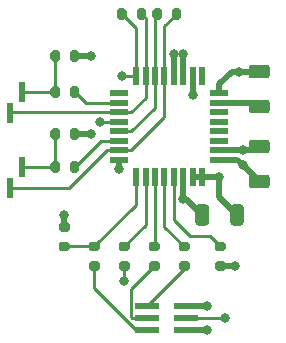
<source format=gbr>
%TF.GenerationSoftware,KiCad,Pcbnew,(5.1.7-0-10_14)*%
%TF.CreationDate,2020-11-25T20:53:36+11:00*%
%TF.ProjectId,CREMAv2,4352454d-4176-4322-9e6b-696361645f70,rev?*%
%TF.SameCoordinates,Original*%
%TF.FileFunction,Copper,L1,Top*%
%TF.FilePolarity,Positive*%
%FSLAX46Y46*%
G04 Gerber Fmt 4.6, Leading zero omitted, Abs format (unit mm)*
G04 Created by KiCad (PCBNEW (5.1.7-0-10_14)) date 2020-11-25 20:53:36*
%MOMM*%
%LPD*%
G01*
G04 APERTURE LIST*
%TA.AperFunction,SMDPad,CuDef*%
%ADD10R,0.600000X1.750000*%
%TD*%
%TA.AperFunction,SMDPad,CuDef*%
%ADD11R,2.000000X0.500000*%
%TD*%
%TA.AperFunction,SMDPad,CuDef*%
%ADD12R,0.550000X1.600000*%
%TD*%
%TA.AperFunction,SMDPad,CuDef*%
%ADD13R,1.600000X0.550000*%
%TD*%
%TA.AperFunction,ViaPad*%
%ADD14C,0.800000*%
%TD*%
%TA.AperFunction,Conductor*%
%ADD15C,0.508000*%
%TD*%
%TA.AperFunction,Conductor*%
%ADD16C,0.254000*%
%TD*%
G04 APERTURE END LIST*
%TO.P,R12,2*%
%TO.N,SPI_MISO*%
%TA.AperFunction,SMDPad,CuDef*%
G36*
G01*
X127995000Y-92055000D02*
X128545000Y-92055000D01*
G75*
G02*
X128745000Y-92255000I0J-200000D01*
G01*
X128745000Y-92655000D01*
G75*
G02*
X128545000Y-92855000I-200000J0D01*
G01*
X127995000Y-92855000D01*
G75*
G02*
X127795000Y-92655000I0J200000D01*
G01*
X127795000Y-92255000D01*
G75*
G02*
X127995000Y-92055000I200000J0D01*
G01*
G37*
%TD.AperFunction*%
%TO.P,R12,1*%
%TO.N,Net-(IC1-Pad12)*%
%TA.AperFunction,SMDPad,CuDef*%
G36*
G01*
X127995000Y-90405000D02*
X128545000Y-90405000D01*
G75*
G02*
X128745000Y-90605000I0J-200000D01*
G01*
X128745000Y-91005000D01*
G75*
G02*
X128545000Y-91205000I-200000J0D01*
G01*
X127995000Y-91205000D01*
G75*
G02*
X127795000Y-91005000I0J200000D01*
G01*
X127795000Y-90605000D01*
G75*
G02*
X127995000Y-90405000I200000J0D01*
G01*
G37*
%TD.AperFunction*%
%TD*%
%TO.P,R11,2*%
%TO.N,Net-(IC1-Pad30)*%
%TA.AperFunction,SMDPad,CuDef*%
G36*
G01*
X126385000Y-70845000D02*
X126385000Y-71395000D01*
G75*
G02*
X126185000Y-71595000I-200000J0D01*
G01*
X125785000Y-71595000D01*
G75*
G02*
X125585000Y-71395000I0J200000D01*
G01*
X125585000Y-70845000D01*
G75*
G02*
X125785000Y-70645000I200000J0D01*
G01*
X126185000Y-70645000D01*
G75*
G02*
X126385000Y-70845000I0J-200000D01*
G01*
G37*
%TD.AperFunction*%
%TO.P,R11,1*%
%TO.N,RTD1P*%
%TA.AperFunction,SMDPad,CuDef*%
G36*
G01*
X128035000Y-70845000D02*
X128035000Y-71395000D01*
G75*
G02*
X127835000Y-71595000I-200000J0D01*
G01*
X127435000Y-71595000D01*
G75*
G02*
X127235000Y-71395000I0J200000D01*
G01*
X127235000Y-70845000D01*
G75*
G02*
X127435000Y-70645000I200000J0D01*
G01*
X127835000Y-70645000D01*
G75*
G02*
X128035000Y-70845000I0J-200000D01*
G01*
G37*
%TD.AperFunction*%
%TD*%
%TO.P,R10,2*%
%TO.N,SPI_CLK*%
%TA.AperFunction,SMDPad,CuDef*%
G36*
G01*
X125455000Y-92055000D02*
X126005000Y-92055000D01*
G75*
G02*
X126205000Y-92255000I0J-200000D01*
G01*
X126205000Y-92655000D01*
G75*
G02*
X126005000Y-92855000I-200000J0D01*
G01*
X125455000Y-92855000D01*
G75*
G02*
X125255000Y-92655000I0J200000D01*
G01*
X125255000Y-92255000D01*
G75*
G02*
X125455000Y-92055000I200000J0D01*
G01*
G37*
%TD.AperFunction*%
%TO.P,R10,1*%
%TO.N,Net-(IC1-Pad11)*%
%TA.AperFunction,SMDPad,CuDef*%
G36*
G01*
X125455000Y-90405000D02*
X126005000Y-90405000D01*
G75*
G02*
X126205000Y-90605000I0J-200000D01*
G01*
X126205000Y-91005000D01*
G75*
G02*
X126005000Y-91205000I-200000J0D01*
G01*
X125455000Y-91205000D01*
G75*
G02*
X125255000Y-91005000I0J200000D01*
G01*
X125255000Y-90605000D01*
G75*
G02*
X125455000Y-90405000I200000J0D01*
G01*
G37*
%TD.AperFunction*%
%TD*%
%TO.P,R9,2*%
%TO.N,SPI_MOSI*%
%TA.AperFunction,SMDPad,CuDef*%
G36*
G01*
X122915000Y-92055000D02*
X123465000Y-92055000D01*
G75*
G02*
X123665000Y-92255000I0J-200000D01*
G01*
X123665000Y-92655000D01*
G75*
G02*
X123465000Y-92855000I-200000J0D01*
G01*
X122915000Y-92855000D01*
G75*
G02*
X122715000Y-92655000I0J200000D01*
G01*
X122715000Y-92255000D01*
G75*
G02*
X122915000Y-92055000I200000J0D01*
G01*
G37*
%TD.AperFunction*%
%TO.P,R9,1*%
%TO.N,Net-(IC1-Pad10)*%
%TA.AperFunction,SMDPad,CuDef*%
G36*
G01*
X122915000Y-90405000D02*
X123465000Y-90405000D01*
G75*
G02*
X123665000Y-90605000I0J-200000D01*
G01*
X123665000Y-91005000D01*
G75*
G02*
X123465000Y-91205000I-200000J0D01*
G01*
X122915000Y-91205000D01*
G75*
G02*
X122715000Y-91005000I0J200000D01*
G01*
X122715000Y-90605000D01*
G75*
G02*
X122915000Y-90405000I200000J0D01*
G01*
G37*
%TD.AperFunction*%
%TD*%
%TO.P,R8,2*%
%TO.N,SPI_CS*%
%TA.AperFunction,SMDPad,CuDef*%
G36*
G01*
X120375000Y-92055000D02*
X120925000Y-92055000D01*
G75*
G02*
X121125000Y-92255000I0J-200000D01*
G01*
X121125000Y-92655000D01*
G75*
G02*
X120925000Y-92855000I-200000J0D01*
G01*
X120375000Y-92855000D01*
G75*
G02*
X120175000Y-92655000I0J200000D01*
G01*
X120175000Y-92255000D01*
G75*
G02*
X120375000Y-92055000I200000J0D01*
G01*
G37*
%TD.AperFunction*%
%TO.P,R8,1*%
%TO.N,Net-(IC1-Pad9)*%
%TA.AperFunction,SMDPad,CuDef*%
G36*
G01*
X120375000Y-90405000D02*
X120925000Y-90405000D01*
G75*
G02*
X121125000Y-90605000I0J-200000D01*
G01*
X121125000Y-91005000D01*
G75*
G02*
X120925000Y-91205000I-200000J0D01*
G01*
X120375000Y-91205000D01*
G75*
G02*
X120175000Y-91005000I0J200000D01*
G01*
X120175000Y-90605000D01*
G75*
G02*
X120375000Y-90405000I200000J0D01*
G01*
G37*
%TD.AperFunction*%
%TD*%
%TO.P,R7,2*%
%TO.N,Net-(IC1-Pad32)*%
%TA.AperFunction,SMDPad,CuDef*%
G36*
G01*
X123400000Y-70845000D02*
X123400000Y-71395000D01*
G75*
G02*
X123200000Y-71595000I-200000J0D01*
G01*
X122800000Y-71595000D01*
G75*
G02*
X122600000Y-71395000I0J200000D01*
G01*
X122600000Y-70845000D01*
G75*
G02*
X122800000Y-70645000I200000J0D01*
G01*
X123200000Y-70645000D01*
G75*
G02*
X123400000Y-70845000I0J-200000D01*
G01*
G37*
%TD.AperFunction*%
%TO.P,R7,1*%
%TO.N,RTD2P*%
%TA.AperFunction,SMDPad,CuDef*%
G36*
G01*
X125050000Y-70845000D02*
X125050000Y-71395000D01*
G75*
G02*
X124850000Y-71595000I-200000J0D01*
G01*
X124450000Y-71595000D01*
G75*
G02*
X124250000Y-71395000I0J200000D01*
G01*
X124250000Y-70845000D01*
G75*
G02*
X124450000Y-70645000I200000J0D01*
G01*
X124850000Y-70645000D01*
G75*
G02*
X125050000Y-70845000I0J-200000D01*
G01*
G37*
%TD.AperFunction*%
%TD*%
%TO.P,R6,2*%
%TO.N,+3V3*%
%TA.AperFunction,SMDPad,CuDef*%
G36*
G01*
X131043000Y-92056000D02*
X131593000Y-92056000D01*
G75*
G02*
X131793000Y-92256000I0J-200000D01*
G01*
X131793000Y-92656000D01*
G75*
G02*
X131593000Y-92856000I-200000J0D01*
G01*
X131043000Y-92856000D01*
G75*
G02*
X130843000Y-92656000I0J200000D01*
G01*
X130843000Y-92256000D01*
G75*
G02*
X131043000Y-92056000I200000J0D01*
G01*
G37*
%TD.AperFunction*%
%TO.P,R6,1*%
%TO.N,EXTI_A2DRDY*%
%TA.AperFunction,SMDPad,CuDef*%
G36*
G01*
X131043000Y-90406000D02*
X131593000Y-90406000D01*
G75*
G02*
X131793000Y-90606000I0J-200000D01*
G01*
X131793000Y-91006000D01*
G75*
G02*
X131593000Y-91206000I-200000J0D01*
G01*
X131043000Y-91206000D01*
G75*
G02*
X130843000Y-91006000I0J200000D01*
G01*
X130843000Y-90606000D01*
G75*
G02*
X131043000Y-90406000I200000J0D01*
G01*
G37*
%TD.AperFunction*%
%TD*%
%TO.P,R5,2*%
%TO.N,+3V3*%
%TA.AperFunction,SMDPad,CuDef*%
G36*
G01*
X118385000Y-89555000D02*
X117835000Y-89555000D01*
G75*
G02*
X117635000Y-89355000I0J200000D01*
G01*
X117635000Y-88955000D01*
G75*
G02*
X117835000Y-88755000I200000J0D01*
G01*
X118385000Y-88755000D01*
G75*
G02*
X118585000Y-88955000I0J-200000D01*
G01*
X118585000Y-89355000D01*
G75*
G02*
X118385000Y-89555000I-200000J0D01*
G01*
G37*
%TD.AperFunction*%
%TO.P,R5,1*%
%TO.N,Net-(IC1-Pad9)*%
%TA.AperFunction,SMDPad,CuDef*%
G36*
G01*
X118385000Y-91205000D02*
X117835000Y-91205000D01*
G75*
G02*
X117635000Y-91005000I0J200000D01*
G01*
X117635000Y-90605000D01*
G75*
G02*
X117835000Y-90405000I200000J0D01*
G01*
X118385000Y-90405000D01*
G75*
G02*
X118585000Y-90605000I0J-200000D01*
G01*
X118585000Y-91005000D01*
G75*
G02*
X118385000Y-91205000I-200000J0D01*
G01*
G37*
%TD.AperFunction*%
%TD*%
%TO.P,R4,2*%
%TO.N,RTD1N*%
%TA.AperFunction,SMDPad,CuDef*%
G36*
G01*
X117748000Y-83799000D02*
X117748000Y-84349000D01*
G75*
G02*
X117548000Y-84549000I-200000J0D01*
G01*
X117148000Y-84549000D01*
G75*
G02*
X116948000Y-84349000I0J200000D01*
G01*
X116948000Y-83799000D01*
G75*
G02*
X117148000Y-83599000I200000J0D01*
G01*
X117548000Y-83599000D01*
G75*
G02*
X117748000Y-83799000I0J-200000D01*
G01*
G37*
%TD.AperFunction*%
%TO.P,R4,1*%
%TO.N,Net-(IC1-Pad6)*%
%TA.AperFunction,SMDPad,CuDef*%
G36*
G01*
X119398000Y-83799000D02*
X119398000Y-84349000D01*
G75*
G02*
X119198000Y-84549000I-200000J0D01*
G01*
X118798000Y-84549000D01*
G75*
G02*
X118598000Y-84349000I0J200000D01*
G01*
X118598000Y-83799000D01*
G75*
G02*
X118798000Y-83599000I200000J0D01*
G01*
X119198000Y-83599000D01*
G75*
G02*
X119398000Y-83799000I0J-200000D01*
G01*
G37*
%TD.AperFunction*%
%TD*%
%TO.P,R3,2*%
%TO.N,RTD2N*%
%TA.AperFunction,SMDPad,CuDef*%
G36*
G01*
X117748000Y-77449000D02*
X117748000Y-77999000D01*
G75*
G02*
X117548000Y-78199000I-200000J0D01*
G01*
X117148000Y-78199000D01*
G75*
G02*
X116948000Y-77999000I0J200000D01*
G01*
X116948000Y-77449000D01*
G75*
G02*
X117148000Y-77249000I200000J0D01*
G01*
X117548000Y-77249000D01*
G75*
G02*
X117748000Y-77449000I0J-200000D01*
G01*
G37*
%TD.AperFunction*%
%TO.P,R3,1*%
%TO.N,Net-(IC1-Pad2)*%
%TA.AperFunction,SMDPad,CuDef*%
G36*
G01*
X119398000Y-77449000D02*
X119398000Y-77999000D01*
G75*
G02*
X119198000Y-78199000I-200000J0D01*
G01*
X118798000Y-78199000D01*
G75*
G02*
X118598000Y-77999000I0J200000D01*
G01*
X118598000Y-77449000D01*
G75*
G02*
X118798000Y-77249000I200000J0D01*
G01*
X119198000Y-77249000D01*
G75*
G02*
X119398000Y-77449000I0J-200000D01*
G01*
G37*
%TD.AperFunction*%
%TD*%
%TO.P,R2,2*%
%TO.N,RTD2N*%
%TA.AperFunction,SMDPad,CuDef*%
G36*
G01*
X117748000Y-74401000D02*
X117748000Y-74951000D01*
G75*
G02*
X117548000Y-75151000I-200000J0D01*
G01*
X117148000Y-75151000D01*
G75*
G02*
X116948000Y-74951000I0J200000D01*
G01*
X116948000Y-74401000D01*
G75*
G02*
X117148000Y-74201000I200000J0D01*
G01*
X117548000Y-74201000D01*
G75*
G02*
X117748000Y-74401000I0J-200000D01*
G01*
G37*
%TD.AperFunction*%
%TO.P,R2,1*%
%TO.N,GND*%
%TA.AperFunction,SMDPad,CuDef*%
G36*
G01*
X119398000Y-74401000D02*
X119398000Y-74951000D01*
G75*
G02*
X119198000Y-75151000I-200000J0D01*
G01*
X118798000Y-75151000D01*
G75*
G02*
X118598000Y-74951000I0J200000D01*
G01*
X118598000Y-74401000D01*
G75*
G02*
X118798000Y-74201000I200000J0D01*
G01*
X119198000Y-74201000D01*
G75*
G02*
X119398000Y-74401000I0J-200000D01*
G01*
G37*
%TD.AperFunction*%
%TD*%
%TO.P,R1,2*%
%TO.N,RTD1N*%
%TA.AperFunction,SMDPad,CuDef*%
G36*
G01*
X117748000Y-81005000D02*
X117748000Y-81555000D01*
G75*
G02*
X117548000Y-81755000I-200000J0D01*
G01*
X117148000Y-81755000D01*
G75*
G02*
X116948000Y-81555000I0J200000D01*
G01*
X116948000Y-81005000D01*
G75*
G02*
X117148000Y-80805000I200000J0D01*
G01*
X117548000Y-80805000D01*
G75*
G02*
X117748000Y-81005000I0J-200000D01*
G01*
G37*
%TD.AperFunction*%
%TO.P,R1,1*%
%TO.N,GND*%
%TA.AperFunction,SMDPad,CuDef*%
G36*
G01*
X119398000Y-81005000D02*
X119398000Y-81555000D01*
G75*
G02*
X119198000Y-81755000I-200000J0D01*
G01*
X118798000Y-81755000D01*
G75*
G02*
X118598000Y-81555000I0J200000D01*
G01*
X118598000Y-81005000D01*
G75*
G02*
X118798000Y-80805000I200000J0D01*
G01*
X119198000Y-80805000D01*
G75*
G02*
X119398000Y-81005000I0J-200000D01*
G01*
G37*
%TD.AperFunction*%
%TD*%
D10*
%TO.P,J3,2*%
%TO.N,RTD2N*%
X114554000Y-77724000D03*
%TO.P,J3,1*%
%TO.N,RTD2P*%
X113554000Y-79474000D03*
%TD*%
%TO.P,J2,2*%
%TO.N,RTD1N*%
X114554000Y-84074000D03*
%TO.P,J2,1*%
%TO.N,RTD1P*%
X113554000Y-85824000D03*
%TD*%
D11*
%TO.P,J1,6*%
%TO.N,GND*%
X128395000Y-97885000D03*
%TO.P,J1,5*%
%TO.N,SPI_CS*%
X125095000Y-97885000D03*
%TO.P,J1,4*%
%TO.N,SPI_MOSI*%
X128395000Y-96885000D03*
%TO.P,J1,3*%
%TO.N,SPI_CLK*%
X125095000Y-96885000D03*
%TO.P,J1,2*%
%TO.N,+3V3*%
X128395000Y-95885000D03*
%TO.P,J1,1*%
%TO.N,SPI_MISO*%
X125095000Y-95885000D03*
%TD*%
D12*
%TO.P,IC1,32*%
%TO.N,Net-(IC1-Pad32)*%
X124200000Y-76395000D03*
%TO.P,IC1,31*%
%TO.N,RTD2P*%
X125000000Y-76395000D03*
%TO.P,IC1,30*%
%TO.N,Net-(IC1-Pad30)*%
X125800000Y-76395000D03*
%TO.P,IC1,29*%
%TO.N,RTD1P*%
X126600000Y-76395000D03*
%TO.P,IC1,28*%
%TO.N,GND*%
X127400000Y-76395000D03*
%TO.P,IC1,27*%
X128200000Y-76395000D03*
%TO.P,IC1,26*%
%TO.N,+3V3*%
X129000000Y-76395000D03*
%TO.P,IC1,25*%
%TO.N,N/C*%
X129800000Y-76395000D03*
D13*
%TO.P,IC1,24*%
%TO.N,GND*%
X131250000Y-77845000D03*
%TO.P,IC1,23*%
%TO.N,Net-(C3-Pad2)*%
X131250000Y-78645000D03*
%TO.P,IC1,22*%
%TO.N,N/C*%
X131250000Y-79445000D03*
%TO.P,IC1,21*%
X131250000Y-80245000D03*
%TO.P,IC1,20*%
X131250000Y-81045000D03*
%TO.P,IC1,19*%
X131250000Y-81845000D03*
%TO.P,IC1,18*%
%TO.N,+3V3*%
X131250000Y-82645000D03*
%TO.P,IC1,17*%
%TO.N,GND*%
X131250000Y-83445000D03*
D12*
%TO.P,IC1,16*%
%TO.N,+3V3*%
X129800000Y-84895000D03*
%TO.P,IC1,15*%
X129000000Y-84895000D03*
%TO.P,IC1,14*%
%TO.N,GND*%
X128200000Y-84895000D03*
%TO.P,IC1,13*%
%TO.N,EXTI_A2DRDY*%
X127400000Y-84895000D03*
%TO.P,IC1,12*%
%TO.N,Net-(IC1-Pad12)*%
X126600000Y-84895000D03*
%TO.P,IC1,11*%
%TO.N,Net-(IC1-Pad11)*%
X125800000Y-84895000D03*
%TO.P,IC1,10*%
%TO.N,Net-(IC1-Pad10)*%
X125000000Y-84895000D03*
%TO.P,IC1,9*%
%TO.N,Net-(IC1-Pad9)*%
X124200000Y-84895000D03*
D13*
%TO.P,IC1,8*%
%TO.N,GND*%
X122750000Y-83445000D03*
%TO.P,IC1,7*%
%TO.N,RTD1P*%
X122750000Y-82645000D03*
%TO.P,IC1,6*%
%TO.N,Net-(IC1-Pad6)*%
X122750000Y-81845000D03*
%TO.P,IC1,5*%
%TO.N,Net-(IC1-Pad30)*%
X122750000Y-81045000D03*
%TO.P,IC1,4*%
%TO.N,Net-(IC1-Pad32)*%
X122750000Y-80245000D03*
%TO.P,IC1,3*%
%TO.N,RTD2P*%
X122750000Y-79445000D03*
%TO.P,IC1,2*%
%TO.N,Net-(IC1-Pad2)*%
X122750000Y-78645000D03*
%TO.P,IC1,1*%
%TO.N,N/C*%
X122750000Y-77845000D03*
%TD*%
%TO.P,C3,2*%
%TO.N,Net-(C3-Pad2)*%
%TA.AperFunction,SMDPad,CuDef*%
G36*
G01*
X133969999Y-78370000D02*
X135270001Y-78370000D01*
G75*
G02*
X135520000Y-78619999I0J-249999D01*
G01*
X135520000Y-79270001D01*
G75*
G02*
X135270001Y-79520000I-249999J0D01*
G01*
X133969999Y-79520000D01*
G75*
G02*
X133720000Y-79270001I0J249999D01*
G01*
X133720000Y-78619999D01*
G75*
G02*
X133969999Y-78370000I249999J0D01*
G01*
G37*
%TD.AperFunction*%
%TO.P,C3,1*%
%TO.N,GND*%
%TA.AperFunction,SMDPad,CuDef*%
G36*
G01*
X133969999Y-75420000D02*
X135270001Y-75420000D01*
G75*
G02*
X135520000Y-75669999I0J-249999D01*
G01*
X135520000Y-76320001D01*
G75*
G02*
X135270001Y-76570000I-249999J0D01*
G01*
X133969999Y-76570000D01*
G75*
G02*
X133720000Y-76320001I0J249999D01*
G01*
X133720000Y-75669999D01*
G75*
G02*
X133969999Y-75420000I249999J0D01*
G01*
G37*
%TD.AperFunction*%
%TD*%
%TO.P,C2,2*%
%TO.N,GND*%
%TA.AperFunction,SMDPad,CuDef*%
G36*
G01*
X133969999Y-84720000D02*
X135270001Y-84720000D01*
G75*
G02*
X135520000Y-84969999I0J-249999D01*
G01*
X135520000Y-85620001D01*
G75*
G02*
X135270001Y-85870000I-249999J0D01*
G01*
X133969999Y-85870000D01*
G75*
G02*
X133720000Y-85620001I0J249999D01*
G01*
X133720000Y-84969999D01*
G75*
G02*
X133969999Y-84720000I249999J0D01*
G01*
G37*
%TD.AperFunction*%
%TO.P,C2,1*%
%TO.N,+3V3*%
%TA.AperFunction,SMDPad,CuDef*%
G36*
G01*
X133969999Y-81770000D02*
X135270001Y-81770000D01*
G75*
G02*
X135520000Y-82019999I0J-249999D01*
G01*
X135520000Y-82670001D01*
G75*
G02*
X135270001Y-82920000I-249999J0D01*
G01*
X133969999Y-82920000D01*
G75*
G02*
X133720000Y-82670001I0J249999D01*
G01*
X133720000Y-82019999D01*
G75*
G02*
X133969999Y-81770000I249999J0D01*
G01*
G37*
%TD.AperFunction*%
%TD*%
%TO.P,C1,2*%
%TO.N,GND*%
%TA.AperFunction,SMDPad,CuDef*%
G36*
G01*
X130369000Y-87487999D02*
X130369000Y-88788001D01*
G75*
G02*
X130119001Y-89038000I-249999J0D01*
G01*
X129468999Y-89038000D01*
G75*
G02*
X129219000Y-88788001I0J249999D01*
G01*
X129219000Y-87487999D01*
G75*
G02*
X129468999Y-87238000I249999J0D01*
G01*
X130119001Y-87238000D01*
G75*
G02*
X130369000Y-87487999I0J-249999D01*
G01*
G37*
%TD.AperFunction*%
%TO.P,C1,1*%
%TO.N,+3V3*%
%TA.AperFunction,SMDPad,CuDef*%
G36*
G01*
X133319000Y-87487999D02*
X133319000Y-88788001D01*
G75*
G02*
X133069001Y-89038000I-249999J0D01*
G01*
X132418999Y-89038000D01*
G75*
G02*
X132169000Y-88788001I0J249999D01*
G01*
X132169000Y-87487999D01*
G75*
G02*
X132418999Y-87238000I249999J0D01*
G01*
X133069001Y-87238000D01*
G75*
G02*
X133319000Y-87487999I0J-249999D01*
G01*
G37*
%TD.AperFunction*%
%TD*%
D14*
%TO.N,GND*%
X132920000Y-75995000D03*
X133247500Y-83922500D03*
X130207000Y-97885000D03*
X122750000Y-84260000D03*
X120396000Y-81280000D03*
X120396000Y-74676000D03*
X128200000Y-86798000D03*
X128200000Y-74492000D03*
X127400000Y-74530000D03*
%TO.N,+3V3*%
X129000000Y-78010000D03*
X133255000Y-82645000D03*
X130175000Y-95885000D03*
X118110000Y-88138000D03*
X132588000Y-92456000D03*
X131259000Y-84895000D03*
%TO.N,Net-(IC1-Pad32)*%
X122995000Y-76395000D03*
X121177000Y-80245000D03*
%TO.N,SPI_MOSI*%
X123190000Y-93726000D03*
X131715000Y-96885000D03*
%TD*%
D15*
%TO.N,GND*%
X131250000Y-77845000D02*
X131250000Y-77030000D01*
X132285000Y-75995000D02*
X132920000Y-75995000D01*
X131250000Y-77030000D02*
X132285000Y-75995000D01*
X132920000Y-75995000D02*
X134620000Y-75995000D01*
X132770000Y-83445000D02*
X133247500Y-83922500D01*
X131250000Y-83445000D02*
X132770000Y-83445000D01*
X133247500Y-83922500D02*
X134620000Y-85295000D01*
X128395000Y-97885000D02*
X130207000Y-97885000D01*
X130207000Y-97885000D02*
X130207000Y-97885000D01*
X122750000Y-83445000D02*
X122750000Y-84260000D01*
X122750000Y-84260000D02*
X122750000Y-84260000D01*
X118998000Y-81280000D02*
X120396000Y-81280000D01*
X120396000Y-81280000D02*
X120396000Y-81280000D01*
X118998000Y-74676000D02*
X120396000Y-74676000D01*
X120396000Y-74676000D02*
X120396000Y-74676000D01*
X128200000Y-84895000D02*
X128200000Y-86798000D01*
X128200000Y-86798000D02*
X128200000Y-86798000D01*
X128454000Y-86798000D02*
X129794000Y-88138000D01*
X128200000Y-86798000D02*
X128454000Y-86798000D01*
X127400000Y-76395000D02*
X127400000Y-74530000D01*
X128200000Y-76395000D02*
X128200000Y-74492000D01*
X128200000Y-74492000D02*
X128200000Y-74492000D01*
X127400000Y-74530000D02*
X127400000Y-74530000D01*
%TO.N,+3V3*%
X129000000Y-76395000D02*
X129000000Y-78010000D01*
X129000000Y-78010000D02*
X129000000Y-78010000D01*
X134320000Y-82645000D02*
X134620000Y-82345000D01*
X131250000Y-82645000D02*
X133255000Y-82645000D01*
X133255000Y-82645000D02*
X134320000Y-82645000D01*
X129000000Y-84895000D02*
X129800000Y-84895000D01*
X128395000Y-95885000D02*
X130175000Y-95885000D01*
X130175000Y-95885000D02*
X130175000Y-95885000D01*
X118110000Y-89155000D02*
X118110000Y-88138000D01*
X118110000Y-88138000D02*
X118110000Y-88138000D01*
X131318000Y-92456000D02*
X132588000Y-92456000D01*
X132588000Y-92456000D02*
X132588000Y-92456000D01*
X129800000Y-84895000D02*
X131259000Y-84895000D01*
X131259000Y-84895000D02*
X131259000Y-84895000D01*
X131259000Y-86653000D02*
X132744000Y-88138000D01*
X131259000Y-84895000D02*
X131259000Y-86653000D01*
%TO.N,Net-(C3-Pad2)*%
X134320000Y-78645000D02*
X134620000Y-78945000D01*
X131250000Y-78645000D02*
X134320000Y-78645000D01*
D16*
%TO.N,Net-(IC1-Pad32)*%
X124200000Y-72320000D02*
X123000000Y-71120000D01*
X124200000Y-76395000D02*
X124200000Y-72320000D01*
X124200000Y-76395000D02*
X122995000Y-76395000D01*
X122995000Y-76395000D02*
X122995000Y-76395000D01*
X122750000Y-80245000D02*
X121177000Y-80245000D01*
X121177000Y-80245000D02*
X121177000Y-80245000D01*
%TO.N,RTD2P*%
X125000000Y-71470000D02*
X124650000Y-71120000D01*
X125000000Y-76395000D02*
X125000000Y-71470000D01*
X113583000Y-79445000D02*
X113554000Y-79474000D01*
X122750000Y-79445000D02*
X113583000Y-79445000D01*
X125000000Y-78249000D02*
X125000000Y-76395000D01*
X123804000Y-79445000D02*
X125000000Y-78249000D01*
X122750000Y-79445000D02*
X123804000Y-79445000D01*
%TO.N,Net-(IC1-Pad30)*%
X125800000Y-71305000D02*
X125985000Y-71120000D01*
X125800000Y-76395000D02*
X125800000Y-71305000D01*
X125800000Y-79049000D02*
X125800000Y-76395000D01*
X123804000Y-81045000D02*
X125800000Y-79049000D01*
X122750000Y-81045000D02*
X123804000Y-81045000D01*
%TO.N,RTD1P*%
X126600000Y-72155000D02*
X127635000Y-71120000D01*
X126600000Y-76395000D02*
X126600000Y-72155000D01*
X118517000Y-85824000D02*
X113554000Y-85824000D01*
X121696000Y-82645000D02*
X118517000Y-85824000D01*
X122750000Y-82645000D02*
X121696000Y-82645000D01*
X126600000Y-79849000D02*
X126600000Y-76395000D01*
X123804000Y-82645000D02*
X126600000Y-79849000D01*
X122750000Y-82645000D02*
X123804000Y-82645000D01*
%TO.N,Net-(IC1-Pad12)*%
X126600000Y-89135000D02*
X128270000Y-90805000D01*
X126600000Y-84895000D02*
X126600000Y-89135000D01*
%TO.N,Net-(IC1-Pad11)*%
X125800000Y-90735000D02*
X125730000Y-90805000D01*
X125800000Y-84895000D02*
X125800000Y-90735000D01*
%TO.N,Net-(IC1-Pad10)*%
X125000000Y-88995000D02*
X123190000Y-90805000D01*
X125000000Y-84895000D02*
X125000000Y-88995000D01*
%TO.N,Net-(IC1-Pad9)*%
X124200000Y-87255000D02*
X120650000Y-90805000D01*
X124200000Y-84895000D02*
X124200000Y-87255000D01*
X118110000Y-90805000D02*
X120650000Y-90805000D01*
%TO.N,Net-(IC1-Pad6)*%
X122680000Y-81915000D02*
X122750000Y-81845000D01*
X121227000Y-81845000D02*
X118998000Y-84074000D01*
X122750000Y-81845000D02*
X121227000Y-81845000D01*
%TO.N,Net-(IC1-Pad2)*%
X122655000Y-78740000D02*
X122750000Y-78645000D01*
X119919000Y-78645000D02*
X122750000Y-78645000D01*
X118998000Y-77724000D02*
X119919000Y-78645000D01*
%TO.N,SPI_CS*%
X120650000Y-94336067D02*
X124198933Y-97885000D01*
X124198933Y-97885000D02*
X125095000Y-97885000D01*
X120650000Y-92455000D02*
X120650000Y-94336067D01*
%TO.N,SPI_MOSI*%
X123190000Y-92455000D02*
X123190000Y-93726000D01*
X123190000Y-93726000D02*
X123190000Y-93726000D01*
X128395000Y-96885000D02*
X131715000Y-96885000D01*
X131715000Y-96885000D02*
X131715000Y-96885000D01*
%TO.N,SPI_CLK*%
X123767999Y-96811999D02*
X123841000Y-96885000D01*
X123841000Y-96885000D02*
X125095000Y-96885000D01*
X123767999Y-94417001D02*
X123767999Y-96811999D01*
X125730000Y-92455000D02*
X123767999Y-94417001D01*
%TO.N,SPI_MISO*%
X128270000Y-92710000D02*
X125095000Y-95885000D01*
X128270000Y-92455000D02*
X128270000Y-92710000D01*
%TO.N,RTD1N*%
X117348000Y-84074000D02*
X114554000Y-84074000D01*
X117348000Y-84074000D02*
X117348000Y-81280000D01*
%TO.N,RTD2N*%
X114554000Y-77724000D02*
X117348000Y-77724000D01*
X117348000Y-77724000D02*
X117348000Y-74676000D01*
%TO.N,EXTI_A2DRDY*%
X127400000Y-84895000D02*
X127400000Y-88538000D01*
X127400000Y-88538000D02*
X128778000Y-89916000D01*
X130428000Y-89916000D02*
X131318000Y-90806000D01*
X128778000Y-89916000D02*
X130428000Y-89916000D01*
%TD*%
M02*

</source>
